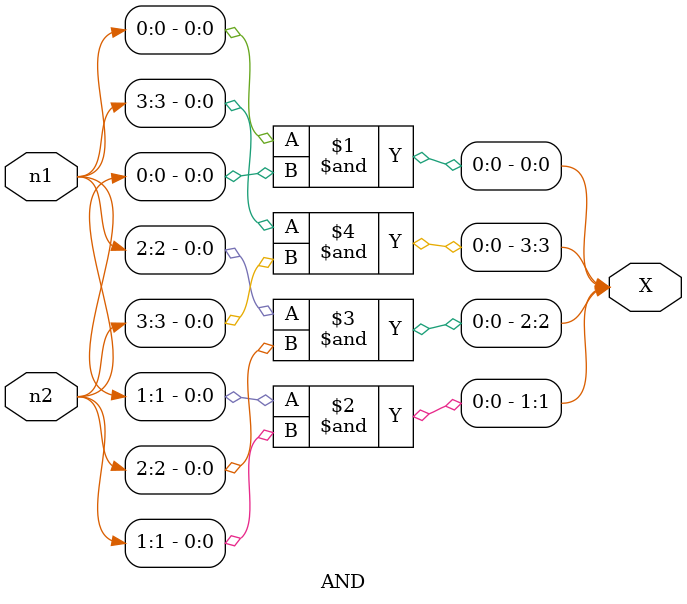
<source format=v>
module AND(n1,n2,X);

//---Define Inputs---//
input [3:0] n1;
input [3:0] n2;

//---Define Outputs---//
output [3:0] X;

//---Input&Output datatype---//
wire [3:0] n1;
wire [3:0] X;
wire [3:0] n2;

and(X[0],n1[0],n2[0]);
and(X[1],n1[1],n2[1]);
and(X[2],n1[2],n2[2]);
and(X[3],n1[3],n2[3]);

endmodule
</source>
